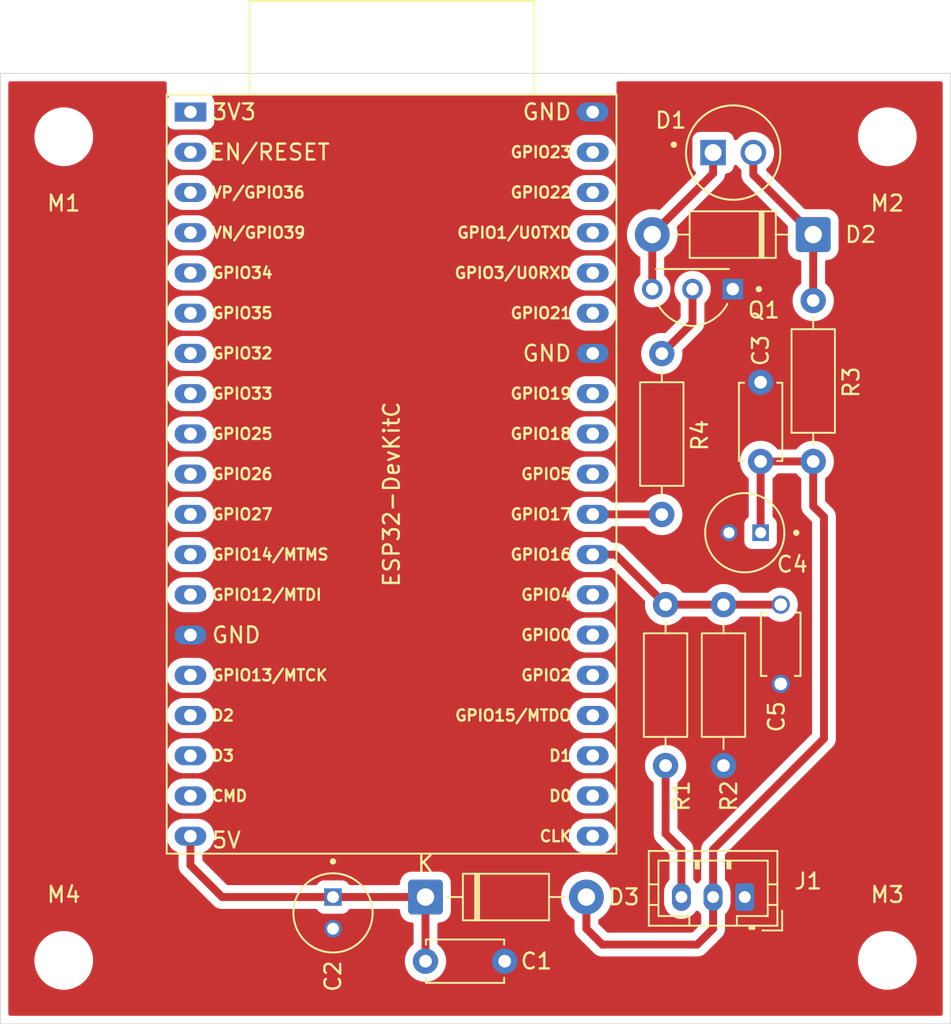
<source format=kicad_pcb>
(kicad_pcb (version 20241229) (generator "pcbnew") (generator_version "9.0")
  (layers (0 "F.Cu" signal) (2 "B.Cu" signal) (13 "F.Paste" user) (15 "B.Paste" user) (5 "F.SilkS" user "F.Silkscreen") (7 "B.SilkS" user "B.Silkscreen") (1 "F.Mask" user) (3 "B.Mask" user) (25 "Edge.Cuts" user))
  (net 0 "")
  (net 1 "/V_IN")
  (net 2 "GND")
  (net 3 "/GPIO_16")
  (net 4 "Net-(D2-A)")
  (net 5 "Net-(D2-K)")
  (net 6 "Net-(J1-Pin_3)")
  (net 7 "Net-(Q1-Pad2)")
  (net 8 "/GPIO_17")
  (net 41 "Net-(D3-K)")
  (footprint "Diode_THT:D_DO-41_SOD81_P10.16mm_Horizontal" (layer "F.Cu") (at 83.32 -45.82258 180)
    (property "Reference" "D2" (at -3 0 0) (layer "F.SilkS"))
    (property "Value" "1N5819" (hide yes))
    (fp_line (start 8.82 0) (end 7.8 0) (stroke (width 0.12)) (layer "F.SilkS"))
    (fp_line (start 3.38 -1.47) (end 3.38 1.47) (stroke (width 0.12)) (layer "F.SilkS"))
    (fp_line (start 3.26 -1.47) (end 3.26 1.47) (stroke (width 0.12)) (layer "F.SilkS"))
    (fp_line (start 3.14 -1.47) (end 3.14 1.47) (stroke (width 0.12)) (layer "F.SilkS"))
    (fp_line (start 1.34 0) (end 2.36 0) (stroke (width 0.12)) (layer "F.SilkS"))
    (fp_rect (start 2.36 -1.47) (end 7.8 1.47) (stroke (width 0.12)) (fill no) (layer "F.SilkS"))
    (pad "1" thru_hole roundrect (at 0 0 180) (size 2.2 2.2) (drill 1.1) (layers "*.Cu" "*.Mask") (roundrect_rratio 0.113636) (net 5 "Net-(D2-K)"))
    (pad "2" thru_hole circle (at 10.16 0 180) (size 2.2 2.2) (drill 1.1) (layers "*.Cu" "*.Mask") (net 4 "Net-(D2-A)"))
  )
  (footprint "Capacitor_THT:C_Disc_D4.7mm_W2.5mm_P5.00mm" (layer "F.Cu") (at 80 -36.5 -90)
    (property "Reference" "C3" (at -2 0 90) (layer "F.SilkS"))
    (property "Value" "C" (hide yes))
    (fp_line (start 0.03 1.37) (end 0.03 1.04) (stroke (width 0.12)) (layer "F.SilkS"))
    (fp_line (start 4.97 1.37) (end 0.03 1.37) (stroke (width 0.12)) (layer "F.SilkS"))
    (fp_line (start 4.97 1.04) (end 4.97 1.37) (stroke (width 0.12)) (layer "F.SilkS"))
    (fp_line (start 0.03 -1.04) (end 0.03 -1.37) (stroke (width 0.12)) (layer "F.SilkS"))
    (fp_line (start 0.03 -1.37) (end 4.97 -1.37) (stroke (width 0.12)) (layer "F.SilkS"))
    (fp_line (start 4.97 -1.37) (end 4.97 -1.04) (stroke (width 0.12)) (layer "F.SilkS"))
    (pad "1" thru_hole circle (at 0 0 270) (size 1.6 1.6) (drill 0.8) (layers "*.Cu" "*.Mask") (net 2 "GND"))
    (pad "2" thru_hole circle (at 5 0 270) (size 1.6 1.6) (drill 0.8) (layers "*.Cu" "*.Mask") (net 1 "/V_IN"))
  )
  (footprint "Resistor_THT:R_Axial_DIN0207_L6.3mm_D2.5mm_P10.16mm_Horizontal" (layer "F.Cu") (at 73.76 -28.15 90)
    (property "Reference" "R4" (at 5 2.4 90) (layer "F.SilkS"))
    (property "Value" "R" (hide yes))
    (fp_line (start 9.12 0) (end 8.35 0) (stroke (width 0.12)) (layer "F.SilkS"))
    (fp_line (start 1.04 0) (end 1.81 0) (stroke (width 0.12)) (layer "F.SilkS"))
    (fp_rect (start 1.81 -1.37) (end 8.35 1.37) (stroke (width 0.12)) (fill no) (layer "F.SilkS"))
    (pad "1" thru_hole circle (at 0 0 90) (size 1.6 1.6) (drill 0.8) (layers "*.Cu" "*.Mask") (net 8 "/GPIO_17"))
    (pad "2" thru_hole circle (at 10.16 0 90) (size 1.6 1.6) (drill 0.8) (layers "*.Cu" "*.Mask") (net 7 "Net-(Q1-Pad2)"))
  )
  (footprint "PCM_Espressif:ESP32-DevKitC" (layer "F.Cu") (at 44 -53.56)
    (property "Reference" "U1" (hide yes))
    (property "Value" "ESP32-DevKitC" (at 12.7 24.13 90) (layer "F.SilkS"))
    (fp_line (start -1.5 46.82) (end 26.899999 46.82) (stroke (width 0.12)) (layer "F.SilkS"))
    (fp_line (start -1.499999 -1.1) (end -1.5 46.82) (stroke (width 0.12)) (layer "F.SilkS"))
    (fp_line (start 3.73012 -7.01312) (end 21.71332 -7.01312) (stroke (width 0.12)) (layer "F.SilkS"))
    (fp_line (start 3.73012 -1.12032) (end 3.73012 -7.01312) (stroke (width 0.12)) (layer "F.SilkS"))
    (fp_line (start 21.71332 -7.01312) (end 21.71332 -1.12032) (stroke (width 0.12)) (layer "F.SilkS"))
    (fp_line (start 26.899999 46.82) (end 26.9 -1.1) (stroke (width 0.12)) (layer "F.SilkS"))
    (fp_line (start 26.9 -1.1) (end -1.499999 -1.1) (stroke (width 0.12)) (layer "F.SilkS"))
    (fp_text user "GPIO18" (at 24.13 20.32 0) (layer "F.SilkS") (effects (font (size 0.7 0.7)) (justify right)))
    (fp_text user "GND" (at 24.13 15.24 0) (layer "F.SilkS") (effects (justify right)))
    (fp_text user "GPIO35" (at 1.27 12.7 0) (layer "F.SilkS") (effects (font (size 0.7 0.7)) (justify left)))
    (fp_text user "D2" (at 1.27 38.1 0) (layer "F.SilkS") (effects (font (size 0.7 0.7)) (justify left)))
    (fp_text user "GND" (at 1.27 33.02 0) (layer "F.SilkS") (effects (justify left)))
    (fp_text user "GPIO17" (at 24.13 25.4 0) (layer "F.SilkS") (effects (font (size 0.7 0.7)) (justify right)))
    (fp_text user "GPIO33" (at 1.27 17.78 0) (layer "F.SilkS") (effects (font (size 0.7 0.7)) (justify left)))
    (fp_text user "EN/RESET" (at 8.88632 2.53728 0) (layer "F.SilkS") (effects (justify right)))
    (fp_text user "D1" (at 24.13 40.64 0) (layer "F.SilkS") (effects (font (size 0.7 0.7)) (justify right)))
    (fp_text user "D0" (at 24.13 43.18 0) (layer "F.SilkS") (effects (font (size 0.7 0.7)) (justify right)))
    (fp_text user "GND" (at 24.13 0 0) (layer "F.SilkS") (effects (justify right)))
    (fp_text user "D3" (at 1.27 40.64 0) (layer "F.SilkS") (effects (font (size 0.7 0.7)) (justify left)))
    (fp_text user "GPIO22" (at 24.13 5.08 0) (layer "F.SilkS") (effects (font (size 0.7 0.7)) (justify right)))
    (fp_text user "GPIO15/MTDO" (at 24.13 38.1 0) (layer "F.SilkS") (effects (font (size 0.7 0.7)) (justify right)))
    (fp_text user "GPIO16" (at 24.13 27.94 0) (layer "F.SilkS") (effects (font (size 0.7 0.7)) (justify right)))
    (fp_text user "GPIO12/MTDI" (at 1.27 30.48 0) (layer "F.SilkS") (effects (font (size 0.7 0.7)) (justify left)))
    (fp_text user "GPIO5" (at 24.13 22.86 0) (layer "F.SilkS") (effects (font (size 0.7 0.7)) (justify right)))
    (fp_text user "VN/GPIO39" (at 1.27 7.62 0) (layer "F.SilkS") (effects (font (size 0.7 0.7)) (justify left)))
    (fp_text user "GPIO1/U0TXD" (at 24.13 7.62 0) (layer "F.SilkS") (effects (font (size 0.7 0.7)) (justify right)))
    (fp_text user "GPIO23" (at 24.13 2.54 0) (layer "F.SilkS") (effects (font (size 0.7 0.7)) (justify right)))
    (fp_text user "GPIO2" (at 24.13 35.56 0) (layer "F.SilkS") (effects (font (size 0.7 0.7)) (justify right)))
    (fp_text user "CLK" (at 24.13 45.72 0) (layer "F.SilkS") (effects (font (size 0.7 0.7)) (justify right)))
    (fp_text user "GPIO32" (at 1.27 15.24 0) (layer "F.SilkS") (effects (font (size 0.7 0.7)) (justify left)))
    (fp_text user "GPIO0" (at 24.13 33.02 0) (layer "F.SilkS") (effects (font (size 0.7 0.7)) (justify right)))
    (fp_text user "5V" (at 1.26632 45.97128 0) (layer "F.SilkS") (effects (justify left)))
    (fp_text user "GPIO21" (at 24.13 12.7 0) (layer "F.SilkS") (effects (font (size 0.7 0.7)) (justify right)))
    (fp_text user "GPIO27" (at 1.27 25.4 0) (layer "F.SilkS") (effects (font (size 0.7 0.7)) (justify left)))
    (fp_text user "GPIO19" (at 24.13 17.78 0) (layer "F.SilkS") (effects (font (size 0.7 0.7)) (justify right)))
    (fp_text user "GPIO25" (at 1.27 20.32 0) (layer "F.SilkS") (effects (font (size 0.7 0.7)) (justify left)))
    (fp_text user "GPIO3/U0RXD" (at 24.13 10.16 0) (layer "F.SilkS") (effects (font (size 0.7 0.7)) (justify right)))
    (fp_text user "GPIO4" (at 24.13 30.48 0) (layer "F.SilkS") (effects (font (size 0.7 0.7)) (justify right)))
    (fp_text user "GPIO13/MTCK" (at 1.27 35.56 0) (layer "F.SilkS") (effects (font (size 0.7 0.7)) (justify left)))
    (fp_text user "3V3" (at 1.27 0 0) (layer "F.SilkS") (effects (justify left)))
    (fp_text user "GPIO34" (at 1.27 10.16 0) (layer "F.SilkS") (effects (font (size 0.7 0.7)) (justify left)))
    (fp_text user "CMD" (at 1.27 43.18 0) (layer "F.SilkS") (effects (font (size 0.7 0.7)) (justify left)))
    (fp_text user "VP/GPIO36" (at 1.27 5.08 0) (layer "F.SilkS") (effects (font (size 0.7 0.7)) (justify left)))
    (fp_text user "GPIO26" (at 1.27 22.86 0) (layer "F.SilkS") (effects (font (size 0.7 0.7)) (justify left)))
    (fp_text user "GPIO14/MTMS" (at 1.27 27.94 0) (layer "F.SilkS") (effects (font (size 0.7 0.7)) (justify left)))
    (pad "1" thru_hole rect (at 0 0 270) (size 1.2 2) (drill 0.8) (layers "*.Cu" "*.Mask"))
    (pad "2" thru_hole oval (at 0 2.54 270) (size 1.2 2) (drill 0.8) (layers "*.Cu" "*.Mask"))
    (pad "3" thru_hole oval (at 0 5.08 270) (size 1.2 2) (drill 0.8) (layers "*.Cu" "*.Mask"))
    (pad "4" thru_hole oval (at 0 7.62 270) (size 1.2 2) (drill 0.8) (layers "*.Cu" "*.Mask"))
    (pad "5" thru_hole oval (at 0 10.16 270) (size 1.2 2) (drill 0.8) (layers "*.Cu" "*.Mask"))
    (pad "6" thru_hole oval (at 0 12.7 270) (size 1.2 2) (drill 0.8) (layers "*.Cu" "*.Mask"))
    (pad "7" thru_hole oval (at 0 15.24 270) (size 1.2 2) (drill 0.8) (layers "*.Cu" "*.Mask"))
    (pad "8" thru_hole oval (at 0 17.78 270) (size 1.2 2) (drill 0.8) (layers "*.Cu" "*.Mask"))
    (pad "9" thru_hole oval (at 0 20.32 270) (size 1.2 2) (drill 0.8) (layers "*.Cu" "*.Mask"))
    (pad "10" thru_hole oval (at 0 22.86 270) (size 1.2 2) (drill 0.8) (layers "*.Cu" "*.Mask"))
    (pad "11" thru_hole oval (at 0 25.4 270) (size 1.2 2) (drill 0.8) (layers "*.Cu" "*.Mask"))
    (pad "12" thru_hole oval (at 0 27.94 270) (size 1.2 2) (drill 0.8) (layers "*.Cu" "*.Mask"))
    (pad "13" thru_hole oval (at 0 30.48 270) (size 1.2 2) (drill 0.8) (layers "*.Cu" "*.Mask"))
    (pad "14" thru_hole oval (at 0 33.02 270) (size 1.2 2) (drill 0.8) (layers "*.Cu" "*.Mask") (net 2 "GND"))
    (pad "15" thru_hole oval (at 0 35.56 270) (size 1.2 2) (drill 0.8) (layers "*.Cu" "*.Mask"))
    (pad "16" thru_hole oval (at 0 38.1 270) (size 1.2 2) (drill 0.8) (layers "*.Cu" "*.Mask"))
    (pad "17" thru_hole oval (at 0 40.64 270) (size 1.2 2) (drill 0.8) (layers "*.Cu" "*.Mask"))
    (pad "18" thru_hole oval (at 0 43.18 270) (size 1.2 2) (drill 0.8) (layers "*.Cu" "*.Mask"))
    (pad "19" thru_hole oval (at 0 45.72 270) (size 1.2 2) (drill 0.8) (layers "*.Cu" "*.Mask") (net 41 "Net-(D3-K)"))
    (pad "20" thru_hole oval (at 25.39632 45.71728 270) (size 1.2 2) (drill 0.8) (layers "*.Cu" "*.Mask"))
    (pad "21" thru_hole oval (at 25.39632 43.17728 270) (size 1.2 2) (drill 0.8) (layers "*.Cu" "*.Mask"))
    (pad "22" thru_hole oval (at 25.4 40.64 270) (size 1.2 2) (drill 0.8) (layers "*.Cu" "*.Mask"))
    (pad "23" thru_hole oval (at 25.4 38.1 270) (size 1.2 2) (drill 0.8) (layers "*.Cu" "*.Mask"))
    (pad "24" thru_hole oval (at 25.4 35.56 270) (size 1.2 2) (drill 0.8) (layers "*.Cu" "*.Mask"))
    (pad "25" thru_hole oval (at 25.4 33.02 270) (size 1.2 2) (drill 0.8) (layers "*.Cu" "*.Mask"))
    (pad "26" thru_hole oval (at 25.4 30.48 270) (size 1.2 2) (drill 0.8) (layers "*.Cu" "*.Mask"))
    (pad "27" thru_hole oval (at 25.4 27.94 270) (size 1.2 2) (drill 0.8) (layers "*.Cu" "*.Mask") (net 3 "/GPIO_16"))
    (pad "28" thru_hole oval (at 25.4 25.4 270) (size 1.2 2) (drill 0.8) (layers "*.Cu" "*.Mask") (net 8 "/GPIO_17"))
    (pad "29" thru_hole oval (at 25.4 22.86 270) (size 1.2 2) (drill 0.8) (layers "*.Cu" "*.Mask"))
    (pad "30" thru_hole oval (at 25.4 20.32 270) (size 1.2 2) (drill 0.8) (layers "*.Cu" "*.Mask"))
    (pad "31" thru_hole oval (at 25.4 17.78 270) (size 1.2 2) (drill 0.8) (layers "*.Cu" "*.Mask"))
    (pad "32" thru_hole oval (at 25.4 15.24 270) (size 1.2 2) (drill 0.8) (layers "*.Cu" "*.Mask") (net 2 "GND"))
    (pad "33" thru_hole oval (at 25.4 12.7 270) (size 1.2 2) (drill 0.8) (layers "*.Cu" "*.Mask"))
    (pad "34" thru_hole oval (at 25.4 10.16 270) (size 1.2 2) (drill 0.8) (layers "*.Cu" "*.Mask"))
    (pad "35" thru_hole oval (at 25.4 7.62 270) (size 1.2 2) (drill 0.8) (layers "*.Cu" "*.Mask"))
    (pad "36" thru_hole oval (at 25.4 5.08 270) (size 1.2 2) (drill 0.8) (layers "*.Cu" "*.Mask"))
    (pad "37" thru_hole oval (at 25.4 2.54 270) (size 1.2 2) (drill 0.8) (layers "*.Cu" "*.Mask"))
    (pad "38" thru_hole oval (at 25.4 0 270) (size 1.2 2) (drill 0.8) (layers "*.Cu" "*.Mask") (net 2 "GND"))
  )
  (footprint "Capacitor_THT:C_Disc_D4.7mm_W2.5mm_P5.00mm" (layer "F.Cu") (at 63.84 0.05 180)
    (property "Reference" "C1" (at -2 0 0) (layer "F.SilkS"))
    (property "Value" "C" (hide yes))
    (fp_line (start 4.97 1.37) (end 0.03 1.37) (stroke (width 0.12)) (layer "F.SilkS"))
    (fp_line (start 4.97 1.04) (end 4.97 1.37) (stroke (width 0.12)) (layer "F.SilkS"))
    (fp_line (start 4.97 -1.37) (end 4.97 -1.04) (stroke (width 0.12)) (layer "F.SilkS"))
    (fp_line (start 0.03 1.37) (end 0.03 1.04) (stroke (width 0.12)) (layer "F.SilkS"))
    (fp_line (start 0.03 -1.04) (end 0.03 -1.37) (stroke (width 0.12)) (layer "F.SilkS"))
    (fp_line (start 0.03 -1.37) (end 4.97 -1.37) (stroke (width 0.12)) (layer "F.SilkS"))
    (pad "1" thru_hole circle (at 0 0 180) (size 1.6 1.6) (drill 0.8) (layers "*.Cu" "*.Mask") (net 2 "GND"))
    (pad "2" thru_hole circle (at 5 0 180) (size 1.6 1.6) (drill 0.8) (layers "*.Cu" "*.Mask") (net 41 "Net-(D3-K)"))
  )
  (footprint "Connector_JST:JST_PH_B3B-PH-K_1x03_P2.00mm_Vertical" (layer "F.Cu") (at 79 -4 180)
    (property "Reference" "J1" (at -4 1 0) (layer "F.SilkS"))
    (property "Value" "Conn_01x03_Pin" (hide yes))
    (fp_line (start 6.06 2.91) (end 6.06 -1.81) (stroke (width 0.12)) (layer "F.SilkS"))
    (fp_line (start 6.06 0.8) (end 5.45 0.8) (stroke (width 0.12)) (layer "F.SilkS"))
    (fp_line (start 6.06 -0.5) (end 5.45 -0.5) (stroke (width 0.12)) (layer "F.SilkS"))
    (fp_line (start 6.06 -1.81) (end -2.06 -1.81) (stroke (width 0.12)) (layer "F.SilkS"))
    (fp_line (start 5.45 2.3) (end 5.45 -1.2) (stroke (width 0.12)) (layer "F.SilkS"))
    (fp_line (start 5.45 -1.2) (end 3.5 -1.2) (stroke (width 0.12)) (layer "F.SilkS"))
    (fp_line (start 3.5 -1.2) (end 3.5 -1.81) (stroke (width 0.12)) (layer "F.SilkS"))
    (fp_line (start 3.1 1.8) (end 3.1 2.3) (stroke (width 0.12)) (layer "F.SilkS"))
    (fp_line (start 3 2.3) (end 3 1.8) (stroke (width 0.12)) (layer "F.SilkS"))
    (fp_line (start 2.9 2.3) (end 2.9 1.8) (stroke (width 0.12)) (layer "F.SilkS"))
    (fp_line (start 2.9 1.8) (end 3.1 1.8) (stroke (width 0.12)) (layer "F.SilkS"))
    (fp_line (start 1.1 1.8) (end 1.1 2.3) (stroke (width 0.12)) (layer "F.SilkS"))
    (fp_line (start 1 2.3) (end 1 1.8) (stroke (width 0.12)) (layer "F.SilkS"))
    (fp_line (start 0.9 2.3) (end 0.9 1.8) (stroke (width 0.12)) (layer "F.SilkS"))
    (fp_line (start 0.9 1.8) (end 1.1 1.8) (stroke (width 0.12)) (layer "F.SilkS"))
    (fp_line (start 0.5 -1.2) (end -1.45 -1.2) (stroke (width 0.12)) (layer "F.SilkS"))
    (fp_line (start 0.5 -1.81) (end 0.5 -1.2) (stroke (width 0.12)) (layer "F.SilkS"))
    (fp_line (start -0.3 -1.81) (end -0.3 -2.01) (stroke (width 0.12)) (layer "F.SilkS"))
    (fp_line (start -0.3 -1.91) (end -0.6 -1.91) (stroke (width 0.12)) (layer "F.SilkS"))
    (fp_line (start -0.3 -2.01) (end -0.6 -2.01) (stroke (width 0.12)) (layer "F.SilkS"))
    (fp_line (start -0.6 -2.01) (end -0.6 -1.81) (stroke (width 0.12)) (layer "F.SilkS"))
    (fp_line (start -1.11 -2.11) (end -2.36 -2.11) (stroke (width 0.12)) (layer "F.SilkS"))
    (fp_line (start -1.45 2.3) (end 5.45 2.3) (stroke (width 0.12)) (layer "F.SilkS"))
    (fp_line (start -1.45 -1.2) (end -1.45 2.3) (stroke (width 0.12)) (layer "F.SilkS"))
    (fp_line (start -2.06 2.91) (end 6.06 2.91) (stroke (width 0.12)) (layer "F.SilkS"))
    (fp_line (start -2.06 0.8) (end -1.45 0.8) (stroke (width 0.12)) (layer "F.SilkS"))
    (fp_line (start -2.06 -0.5) (end -1.45 -0.5) (stroke (width 0.12)) (layer "F.SilkS"))
    (fp_line (start -2.06 -1.81) (end -2.06 2.91) (stroke (width 0.12)) (layer "F.SilkS"))
    (fp_line (start -2.36 -2.11) (end -2.36 -0.86) (stroke (width 0.12)) (layer "F.SilkS"))
    (pad "1" thru_hole roundrect (at 0 0 180) (size 1.2 1.75) (drill 0.75) (layers "*.Cu" "*.Mask") (roundrect_rratio 0.208333) (net 2 "GND"))
    (pad "2" thru_hole oval (at 2 0 180) (size 1.2 1.75) (drill 0.75) (layers "*.Cu" "*.Mask") (net 1 "/V_IN"))
    (pad "3" thru_hole oval (at 4 0 180) (size 1.2 1.75) (drill 0.75) (layers "*.Cu" "*.Mask") (net 6 "Net-(J1-Pin_3)"))
  )
  (footprint "FG28C0G1H102JNT06:CAPRB500W50L400T250H550" (layer "F.Cu") (at 81.269354 -19.96 90)
    (property "Reference" "C5" (at -4.58 -0.269354 90) (layer "F.SilkS"))
    (property "Value" "C")
    (fp_line (start 2 -1.25) (end 2 -0.895) (stroke (width 0.127)) (layer "F.SilkS"))
    (fp_line (start -2 -1.25) (end 2 -1.25) (stroke (width 0.127)) (layer "F.SilkS"))
    (fp_line (start -2 -1.25) (end -2 -0.895) (stroke (width 0.127)) (layer "F.SilkS"))
    (fp_line (start 2 1.25) (end 2 0.895) (stroke (width 0.127)) (layer "F.SilkS"))
    (fp_line (start -2 1.25) (end -2 0.895) (stroke (width 0.127)) (layer "F.SilkS"))
    (fp_line (start -2 1.25) (end 2 1.25) (stroke (width 0.127)) (layer "F.SilkS"))
    (pad "1" thru_hole circle (at -2.5 0 90) (size 1.15 1.15) (drill 0.8) (layers "*.Cu" "*.Mask") (net 2 "GND"))
    (pad "2" thru_hole circle (at 2.5 0 90) (size 1.15 1.15) (drill 0.8) (layers "*.Cu" "*.Mask") (net 3 "/GPIO_16"))
  )
  (footprint "TSAL6100:LEDRD254W55D595H900" (layer "F.Cu") (at 78.27 -51)
    (property "Reference" "D1" (at -3.939043 -2.035132 0) (layer "F.SilkS"))
    (property "Value" "TSAL6100" (hide yes))
    (fp_circle (center -3.75 -0.5) (end -3.65 -0.5) (stroke (width 0.2)) (fill no) (layer "F.SilkS"))
    (fp_circle (center 0 0) (end 2.98 0) (stroke (width 0.127)) (fill no) (layer "F.SilkS"))
    (pad "A" thru_hole circle (at 1.27 0) (size 1.61 1.61) (drill 1.07) (layers "*.Cu" "*.Mask") (net 5 "Net-(D2-K)"))
    (pad "C" thru_hole rect (at -1.27 0) (size 1.61 1.61) (drill 1.07) (layers "*.Cu" "*.Mask") (net 4 "Net-(D2-A)"))
  )
  (footprint "Resistor_THT:R_Axial_DIN0207_L6.3mm_D2.5mm_P10.16mm_Horizontal" (layer "F.Cu") (at 83.32 -31.5 90)
    (property "Reference" "R3" (at 5 2.4 90) (layer "F.SilkS"))
    (property "Value" "R" (hide yes))
    (fp_line (start 9.12 0) (end 8.35 0) (stroke (width 0.12)) (layer "F.SilkS"))
    (fp_line (start 1.04 0) (end 1.81 0) (stroke (width 0.12)) (layer "F.SilkS"))
    (fp_rect (start 1.81 -1.37) (end 8.35 1.37) (stroke (width 0.12)) (fill no) (layer "F.SilkS"))
    (pad "1" thru_hole circle (at 0 0 90) (size 1.6 1.6) (drill 0.8) (layers "*.Cu" "*.Mask") (net 1 "/V_IN"))
    (pad "2" thru_hole circle (at 10.16 0 90) (size 1.6 1.6) (drill 0.8) (layers "*.Cu" "*.Mask") (net 5 "Net-(D2-K)"))
  )
  (footprint "MountingHole:MountingHole_3.2mm_M3" (layer "F.Cu") (at 88 0)
    (property "Reference" "M3" (at 0 -4.15 0) (layer "F.SilkS"))
    (property "Value" "MountingHole_3.2mm_M3" (hide yes))
    (pad "" np_thru_hole circle (at 0 0) (size 3.2 3.2) (drill 3.2) (layers "*.Cu" "*.Mask"))
  )
  (footprint "ECEA1CN100U:CAPPRD200W50D500H1100" (layer "F.Cu") (at 53 -3 -90)
    (property "Reference" "C2" (at 4 0 90) (layer "F.SilkS"))
    (property "Value" "ECEA1CN100U" (hide yes))
    (fp_circle (center -3.25 0) (end -3.15 0) (stroke (width 0.2)) (fill no) (layer "F.SilkS"))
    (fp_circle (center 0 0) (end 2.5 0) (stroke (width 0.127)) (fill no) (layer "F.SilkS"))
    (pad "N" thru_hole circle (at 1 0 270) (size 1.1 1.1) (drill 0.75) (layers "*.Cu" "*.Mask") (net 2 "GND"))
    (pad "P" thru_hole rect (at -1 0 270) (size 1.1 1.1) (drill 0.75) (layers "*.Cu" "*.Mask") (net 41 "Net-(D3-K)"))
  )
  (footprint "Resistor_THT:R_Axial_DIN0207_L6.3mm_D2.5mm_P10.16mm_Horizontal" (layer "F.Cu") (at 74 -12.3 90)
    (property "Reference" "R1" (at -1.92 1 90) (layer "F.SilkS"))
    (property "Value" "R" (hide yes))
    (fp_line (start 9.12 0) (end 8.35 0) (stroke (width 0.12)) (layer "F.SilkS"))
    (fp_line (start 1.04 0) (end 1.81 0) (stroke (width 0.12)) (layer "F.SilkS"))
    (fp_rect (start 1.81 -1.37) (end 8.35 1.37) (stroke (width 0.12)) (fill no) (layer "F.SilkS"))
    (pad "1" thru_hole circle (at 0 0 90) (size 1.6 1.6) (drill 0.8) (layers "*.Cu" "*.Mask") (net 6 "Net-(J1-Pin_3)"))
    (pad "2" thru_hole circle (at 10.16 0 90) (size 1.6 1.6) (drill 0.8) (layers "*.Cu" "*.Mask") (net 3 "/GPIO_16"))
  )
  (footprint "Resistor_THT:R_Axial_DIN0207_L6.3mm_D2.5mm_P10.16mm_Horizontal" (layer "F.Cu") (at 77.657633 -22.46 -90)
    (property "Reference" "R2" (at 12.08 -0.342367 90) (layer "F.SilkS"))
    (property "Value" "R" (hide yes))
    (fp_line (start 1.04 0) (end 1.81 0) (stroke (width 0.12)) (layer "F.SilkS"))
    (fp_line (start 9.12 0) (end 8.35 0) (stroke (width 0.12)) (layer "F.SilkS"))
    (fp_rect (start 1.81 -1.37) (end 8.35 1.37) (stroke (width 0.12)) (fill no) (layer "F.SilkS"))
    (pad "1" thru_hole circle (at 0 0 270) (size 1.6 1.6) (drill 0.8) (layers "*.Cu" "*.Mask") (net 3 "/GPIO_16"))
    (pad "2" thru_hole circle (at 10.16 0 270) (size 1.6 1.6) (drill 0.8) (layers "*.Cu" "*.Mask") (net 2 "GND"))
  )
  (footprint "ECEA1CKA470:CAPPRD200W45D500H700" (layer "F.Cu") (at 79 -27 180)
    (property "Reference" "C4" (at -3 -2 0) (layer "F.SilkS"))
    (property "Value" "ECEA1CKA470" (hide yes))
    (fp_circle (center 0 0) (end 2.5 0) (stroke (width 0.127)) (fill no) (layer "F.SilkS"))
    (fp_circle (center -3.25 0) (end -3.15 0) (stroke (width 0.2)) (fill no) (layer "F.SilkS"))
    (pad "N" thru_hole circle (at 1 0 180) (size 1.05 1.05) (drill 0.7) (layers "*.Cu" "*.Mask") (net 2 "GND"))
    (pad "P" thru_hole rect (at -1 0 180) (size 1.05 1.05) (drill 0.7) (layers "*.Cu" "*.Mask") (net 1 "/V_IN"))
  )
  (footprint "2N2222A:TO92254P470H750-3" (layer "F.Cu") (at 75.7 -40.05 180)
    (property "Reference" "Q1" (at -4.5 1 0) (layer "F.SilkS"))
    (property "Value" "2N2222A" (hide yes))
    (fp_line (start -2.3 3.6) (end 2.3 3.6) (stroke (width 0.127)) (layer "F.SilkS"))
    (fp_arc (start 0 0) (mid 1.287564 0.405256) (end 2.2 1.4) (stroke (width 0.127)) (layer "F.SilkS"))
    (fp_arc (start -2.2 1.4) (mid -1.287564 0.405256) (end 0 0) (stroke (width 0.127)) (layer "F.SilkS"))
    (fp_circle (center -4.189 2.33) (end -4.089 2.33) (stroke (width 0.2)) (fill no) (layer "F.SilkS"))
    (pad "1" thru_hole rect (at -2.54 2.33 180) (size 1.298 1.298) (drill 0.79) (layers "*.Cu" "*.Mask") (net 2 "GND"))
    (pad "2" thru_hole circle (at 0 2.33 180) (size 1.298 1.298) (drill 0.79) (layers "*.Cu" "*.Mask") (net 7 "Net-(Q1-Pad2)"))
    (pad "3" thru_hole circle (at 2.54 2.33 180) (size 1.298 1.298) (drill 0.79) (layers "*.Cu" "*.Mask") (net 4 "Net-(D2-A)"))
  )
  (footprint "MountingHole:MountingHole_3.2mm_M3" (layer "F.Cu") (at 88 -52)
    (property "Reference" "M2" (at 0 4.2 0) (layer "F.SilkS"))
    (property "Value" "MountingHole_3.2mm_M3" (hide yes))
    (pad "" np_thru_hole circle (at 0 0) (size 3.2 3.2) (drill 3.2) (layers "*.Cu" "*.Mask"))
  )
  (footprint "Diode_THT:D_DO-41_SOD81_P10.16mm_Horizontal" (layer "F.Cu") (at 58.84 -4)
    (property "Reference" "D3" (at 12.526225 0.000001 0) (layer "F.SilkS"))
    (property "Value" "1N5819" (hide yes))
    (fp_line (start 1.34 0) (end 2.36 0) (stroke (width 0.12)) (layer "F.SilkS"))
    (fp_line (start 3.14 -1.47) (end 3.14 1.47) (stroke (width 0.12)) (layer "F.SilkS"))
    (fp_line (start 3.26 -1.47) (end 3.26 1.47) (stroke (width 0.12)) (layer "F.SilkS"))
    (fp_line (start 3.38 -1.47) (end 3.38 1.47) (stroke (width 0.12)) (layer "F.SilkS"))
    (fp_line (start 8.82 0) (end 7.8 0) (stroke (width 0.12)) (layer "F.SilkS"))
    (fp_poly (pts (xy 2.36 -1.47) (xy 7.8 -1.47) (xy 7.8 1.47) (xy 2.36 1.47)) (stroke (width 0.12)) (fill no) (layer "F.SilkS"))
    (fp_text user "K" (at 0 -2.1 0) (layer "F.SilkS"))
    (pad "1" thru_hole roundrect (at 0 0) (size 2.2 2.2) (drill 1.1) (layers "*.Cu" "*.Mask") (roundrect_rratio 0.113636) (net 41 "Net-(D3-K)"))
    (pad "2" thru_hole circle (at 10.16 0) (size 2.2 2.2) (drill 1.1) (layers "*.Cu" "*.Mask") (net 1 "/V_IN"))
  )
  (footprint "MountingHole:MountingHole_3.2mm_M3" (layer "F.Cu") (at 36 -52)
    (property "Reference" "M1" (at 0 4.2 0) (layer "F.SilkS"))
    (property "Value" "MountingHole_3.2mm_M3" (hide yes))
    (pad "" np_thru_hole circle (at 0 0) (size 3.2 3.2) (drill 3.2) (layers "*.Cu" "*.Mask"))
  )
  (footprint "MountingHole:MountingHole_3.2mm_M3" (layer "F.Cu") (at 36 0)
    (property "Reference" "M4" (at 0 -4.15 0) (layer "F.SilkS"))
    (property "Value" "MountingHole_3.2mm_M3" (hide yes))
    (pad "" np_thru_hole circle (at 0 0) (size 3.2 3.2) (drill 3.2) (layers "*.Cu" "*.Mask"))
  )
  (gr_line (start 32 -56) (end 32 4) (stroke (width 0.05)) (layer "Edge.Cuts"))
  (gr_line (start 92 4) (end 32 4) (stroke (width 0.05)) (layer "Edge.Cuts"))
  (gr_line (start 92 -56) (end 32 -56) (stroke (width 0.05)) (layer "Edge.Cuts"))
  (gr_line (start 92 4) (end 92 -56) (stroke (width 0.05)) (layer "Edge.Cuts"))
  (segment (start 69 -4) (end 69 -2) (width 0.5) (layer "F.Cu") (net 1))
  (segment (start 76 -1) (end 77 -2) (width 0.5) (layer "F.Cu") (net 1))
  (segment (start 70 -1) (end 76 -1) (width 0.5) (layer "F.Cu") (net 1))
  (segment (start 84 -14) (end 77 -7) (width 0.5) (layer "F.Cu") (net 1))
  (segment (start 77 -7) (end 77 -4) (width 0.5) (layer "F.Cu") (net 1))
  (segment (start 80 -27) (end 80 -31.5) (width 0.5) (layer "F.Cu") (net 1))
  (segment (start 83.32 -31.5) (end 83.32 -28.68) (width 0.5) (layer "F.Cu") (net 1))
  (segment (start 83.32 -31.5) (end 80 -31.5) (width 0.5) (layer "F.Cu") (net 1))
  (segment (start 69 -2) (end 70 -1) (width 0.5) (layer "F.Cu") (net 1))
  (segment (start 84 -28) (end 84 -14) (width 0.5) (layer "F.Cu") (net 1))
  (segment (start 83.32 -28.68) (end 84 -28) (width 0.5) (layer "F.Cu") (net 1))
  (segment (start 77 -2) (end 77 -4) (width 0.5) (layer "F.Cu") (net 1))
  (segment (start 69.4 -25.62) (end 70.84 -25.62) (width 0.5) (layer "F.Cu") (net 3))
  (segment (start 81.269354 -22.46) (end 77.657633 -22.46) (width 0.5) (layer "F.Cu") (net 3))
  (segment (start 74 -22.46) (end 77.657633 -22.46) (width 0.5) (layer "F.Cu") (net 3))
  (segment (start 70.84 -25.62) (end 74 -22.46) (width 0.5) (layer "F.Cu") (net 3))
  (segment (start 73.16 -45.84) (end 77 -49.68) (width 0.5) (layer "F.Cu") (net 4))
  (segment (start 73.16 -45.82258) (end 73.16 -45.84) (width 0.5) (layer "F.Cu") (net 4))
  (segment (start 77 -49.68) (end 77 -51) (width 0.5) (layer "F.Cu") (net 4))
  (segment (start 73.16 -42.38) (end 73.16 -45.82258) (width 0.5) (layer "F.Cu") (net 4))
  (segment (start 79.54 -51) (end 79.54 -49.60258) (width 0.5) (layer "F.Cu") (net 5))
  (segment (start 83.32 -41.66) (end 83.32 -45.82258) (width 0.5) (layer "F.Cu") (net 5))
  (segment (start 79.54 -49.60258) (end 83.32 -45.82258) (width 0.5) (layer "F.Cu") (net 5))
  (segment (start 74 -12.3) (end 74 -8) (width 0.5) (layer "F.Cu") (net 6))
  (segment (start 75 -7) (end 75 -4) (width 0.5) (layer "F.Cu") (net 6))
  (segment (start 74 -8) (end 75 -7) (width 0.5) (layer "F.Cu") (net 6))
  (segment (start 75.7 -40.25) (end 73.76 -38.31) (width 0.5) (layer "F.Cu") (net 7))
  (segment (start 75.7 -42.38) (end 75.7 -40.25) (width 0.5) (layer "F.Cu") (net 7))
  (segment (start 73.75 -28.16) (end 73.76 -28.15) (width 0.5) (layer "F.Cu") (net 8))
  (segment (start 69.4 -28.16) (end 73.75 -28.16) (width 0.5) (layer "F.Cu") (net 8))
  (segment (start 44 -6) (end 46 -4) (width 0.5) (layer "F.Cu") (net 41))
  (segment (start 58.84 -4) (end 53 -4) (width 0.5) (layer "F.Cu") (net 41))
  (segment (start 58.84 -4) (end 58.84 0.05) (width 0.5) (layer "F.Cu") (net 41))
  (segment (start 44 -7.84) (end 44 -6) (width 0.5) (layer "F.Cu") (net 41))
  (segment (start 46 -4) (end 53 -4) (width 0.5) (layer "F.Cu") (net 41))
  (zone (net 2) (net_name "GND") (layer "F.Cu") (connect_pads yes (clearance 0.5)) (min_thickness 0.25) (fill yes (thermal_gap 0.5) (thermal_bridge_width 0.5))
    (polygon (pts (xy 32 -56) (xy 32 4) (xy 92 4) (xy 92 -56) (xy 70.9 -56) (xy 70.9 -54.66) (xy 42.500001 -54.66) (xy 42.500001 -56)))
  )
)
</source>
